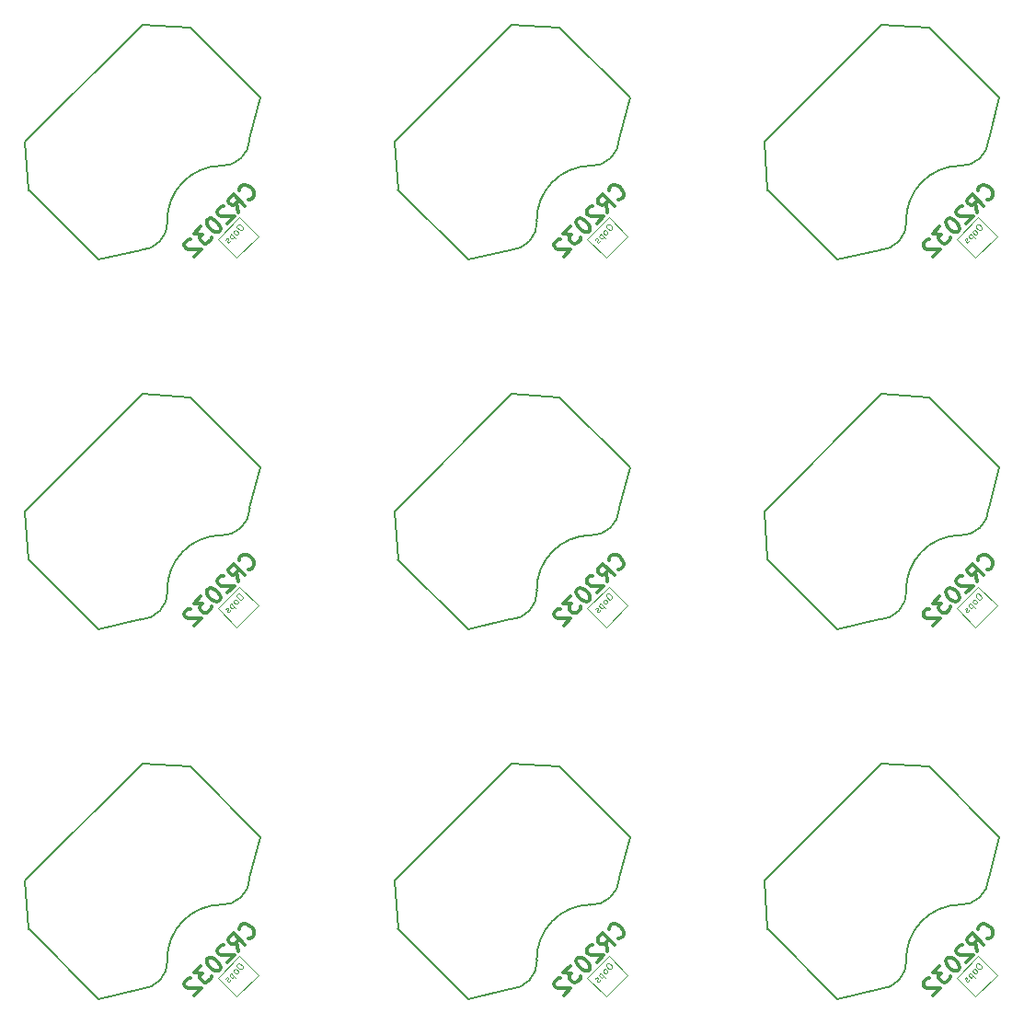
<source format=gbo>
%MOIN*%
%OFA0B0*%
%FSLAX46Y46*%
%IPPOS*%
%LPD*%
%ADD10C,0.0039370078740157488*%
%ADD11C,0.011811023622047244*%
%ADD12C,0.005905511811023622*%
%ADD23C,0.0039370078740157488*%
%ADD24C,0.011811023622047244*%
%ADD25C,0.005905511811023622*%
%ADD26C,0.0039370078740157488*%
%ADD27C,0.011811023622047244*%
%ADD28C,0.005905511811023622*%
%ADD29C,0.0039370078740157488*%
%ADD30C,0.011811023622047244*%
%ADD31C,0.005905511811023622*%
%ADD32C,0.0039370078740157488*%
%ADD33C,0.011811023622047244*%
%ADD34C,0.005905511811023622*%
%ADD35C,0.0039370078740157488*%
%ADD36C,0.011811023622047244*%
%ADD37C,0.005905511811023622*%
%ADD38C,0.0039370078740157488*%
%ADD39C,0.011811023622047244*%
%ADD40C,0.005905511811023622*%
%ADD41C,0.0039370078740157488*%
%ADD42C,0.011811023622047244*%
%ADD43C,0.005905511811023622*%
%ADD44C,0.0039370078740157488*%
%ADD45C,0.011811023622047244*%
%ADD46C,0.005905511811023622*%
G01G01*
D10*
X0001072834Y0000088582D02*
X0001141731Y0000019685D01*
X0001151574Y0000167322D02*
X0001072834Y0000088582D01*
X0001220472Y0000098425D02*
X0001151574Y0000167322D01*
X0001141731Y0000019685D02*
X0001220472Y0000098425D01*
X0001146206Y0000140878D02*
X0001143024Y0000137697D01*
X0001142229Y0000135311D01*
X0001142229Y0000132129D01*
X0001144615Y0000128152D01*
X0001150183Y0000122584D01*
X0001154160Y0000120198D01*
X0001157342Y0000120198D01*
X0001159728Y0000120994D01*
X0001162909Y0000124175D01*
X0001163705Y0000126561D01*
X0001163705Y0000129743D01*
X0001161319Y0000133720D01*
X0001155751Y0000139288D01*
X0001151774Y0000141674D01*
X0001148592Y0000141674D01*
X0001146206Y0000140878D01*
X0001146206Y0000107472D02*
X0001147001Y0000109858D01*
X0001147001Y0000111449D01*
X0001146206Y0000113835D01*
X0001141434Y0000118607D01*
X0001139047Y0000119403D01*
X0001137457Y0000119403D01*
X0001135071Y0000118607D01*
X0001132684Y0000116221D01*
X0001131889Y0000113835D01*
X0001131889Y0000112244D01*
X0001132684Y0000109858D01*
X0001137457Y0000105086D01*
X0001139843Y0000104290D01*
X0001141434Y0000104290D01*
X0001143820Y0000105086D01*
X0001146206Y0000107472D01*
X0001122344Y0000105881D02*
X0001139048Y0000089178D01*
X0001123140Y0000105086D02*
X0001120753Y0000104290D01*
X0001117572Y0000101109D01*
X0001116776Y0000098722D01*
X0001116776Y0000097132D01*
X0001117572Y0000094745D01*
X0001122344Y0000089973D01*
X0001124730Y0000089178D01*
X0001126321Y0000089178D01*
X0001128707Y0000089973D01*
X0001131889Y0000093155D01*
X0001132684Y0000095541D01*
X0001118367Y0000081224D02*
X0001117572Y0000078838D01*
X0001114390Y0000075656D01*
X0001112004Y0000074861D01*
X0001109618Y0000075656D01*
X0001108822Y0000076451D01*
X0001108027Y0000078838D01*
X0001108822Y0000081224D01*
X0001111209Y0000083610D01*
X0001112004Y0000085996D01*
X0001111209Y0000088382D01*
X0001110413Y0000089178D01*
X0001108027Y0000089973D01*
X0001105641Y0000089178D01*
X0001103255Y0000086791D01*
X0001102459Y0000084405D01*
D11*
X0001185084Y0000230060D02*
X0001189061Y0000230060D01*
X0001197014Y0000234037D01*
X0001200991Y0000238014D01*
X0001204968Y0000245967D01*
X0001204968Y0000253921D01*
X0001202980Y0000259887D01*
X0001197014Y0000269829D01*
X0001191049Y0000275795D01*
X0001181107Y0000281760D01*
X0001175141Y0000283749D01*
X0001167187Y0000283749D01*
X0001159233Y0000279772D01*
X0001155256Y0000275795D01*
X0001151279Y0000267841D01*
X0001151279Y0000263864D01*
X0001147302Y0000184324D02*
X0001141337Y0000218129D01*
X0001171164Y0000208186D02*
X0001129406Y0000249945D01*
X0001113498Y0000234037D01*
X0001111509Y0000228071D01*
X0001111509Y0000224094D01*
X0001113498Y0000218129D01*
X0001119463Y0000212163D01*
X0001125429Y0000210175D01*
X0001129406Y0000210175D01*
X0001135371Y0000212163D01*
X0001151279Y0000228071D01*
X0001093613Y0000206198D02*
X0001089636Y0000206198D01*
X0001083671Y0000204209D01*
X0001073728Y0000194267D01*
X0001071740Y0000188301D01*
X0001071740Y0000184324D01*
X0001073728Y0000178359D01*
X0001077705Y0000174382D01*
X0001085659Y0000170405D01*
X0001133383Y0000170405D01*
X0001107532Y0000144555D01*
X0001039924Y0000160463D02*
X0001035947Y0000156486D01*
X0001033958Y0000150520D01*
X0001033958Y0000146543D01*
X0001035947Y0000140578D01*
X0001041912Y0000130635D01*
X0001051855Y0000120693D01*
X0001061797Y0000114727D01*
X0001067763Y0000112739D01*
X0001071740Y0000112739D01*
X0001077705Y0000114727D01*
X0001081682Y0000118704D01*
X0001083671Y0000124670D01*
X0001083671Y0000128647D01*
X0001081682Y0000134612D01*
X0001075717Y0000144555D01*
X0001065774Y0000154497D01*
X0001055832Y0000160463D01*
X0001049866Y0000162451D01*
X0001045889Y0000162451D01*
X0001039924Y0000160463D01*
X0001012085Y0000132624D02*
X0000986235Y0000106773D01*
X0001016062Y0000104785D01*
X0001010097Y0000098819D01*
X0001008108Y0000092854D01*
X0001008108Y0000088877D01*
X0001010097Y0000082911D01*
X0001020039Y0000072969D01*
X0001026004Y0000070981D01*
X0001029981Y0000070981D01*
X0001035947Y0000072969D01*
X0001047878Y0000084900D01*
X0001049866Y0000090865D01*
X0001049866Y0000094842D01*
X0000974304Y0000086888D02*
X0000970327Y0000086888D01*
X0000964361Y0000084900D01*
X0000954419Y0000074958D01*
X0000952430Y0000068992D01*
X0000952430Y0000065015D01*
X0000954419Y0000059050D01*
X0000958396Y0000055073D01*
X0000966350Y0000051096D01*
X0001014073Y0000051096D01*
X0000988223Y0000025245D01*
D12*
X0001188923Y0000450748D02*
X0001227814Y0000599240D01*
X0000792944Y0000047697D02*
X0000640916Y0000012342D01*
X0001189631Y0000451455D02*
G75*
G02G02X0001083565Y0000352460I-0000102530J0000003535D01X0001083565Y0000352460I-0000102530J0000003535D01*
G01G01*
X0000891585Y0000153410D02*
G75*
G02G02X0000792590Y0000047344I-0000102530J-0000003535D01X0000792590Y0000047344I-0000102530J-0000003535D01*
G01G01*
X0000890171Y0000151995D02*
G75*
G02G02X0001084625Y0000353521I0000197989J0000003535D01X0001084625Y0000353521I0000197989J0000003535D01*
G01G01*
X0000375751Y0000440141D02*
X0000388125Y0000265132D01*
X0000973256Y0000853799D02*
X0000796479Y0000864405D01*
X0000800015Y0000864405D02*
X0000375751Y0000440141D01*
X0001227814Y0000599240D02*
X0000973256Y0000853799D01*
X0000640916Y0000012342D02*
X0000386357Y0000266900D01*
G04 next file*
G04 #@! TF.FileFunction,Legend,Bot*
G04 Gerber Fmt 4.6, Leading zero omitted, Abs format (unit mm)*
G04 Created by KiCad (PCBNEW 4.0.7) date 01/30/18 20:10:09*
G01G01*
G04 APERTURE LIST*
G04 APERTURE END LIST*
D23*
X0001072834Y0001427165D02*
X0001141731Y0001358267D01*
X0001151574Y0001505905D02*
X0001072834Y0001427165D01*
X0001220472Y0001437007D02*
X0001151574Y0001505905D01*
X0001141731Y0001358267D02*
X0001220472Y0001437007D01*
X0001146206Y0001479461D02*
X0001143024Y0001476280D01*
X0001142229Y0001473893D01*
X0001142229Y0001470712D01*
X0001144615Y0001466735D01*
X0001150183Y0001461167D01*
X0001154160Y0001458781D01*
X0001157342Y0001458781D01*
X0001159728Y0001459576D01*
X0001162909Y0001462758D01*
X0001163705Y0001465144D01*
X0001163705Y0001468326D01*
X0001161319Y0001472302D01*
X0001155751Y0001477870D01*
X0001151774Y0001480256D01*
X0001148592Y0001480256D01*
X0001146206Y0001479461D01*
X0001146206Y0001446055D02*
X0001147001Y0001448441D01*
X0001147001Y0001450031D01*
X0001146206Y0001452418D01*
X0001141434Y0001457190D01*
X0001139047Y0001457985D01*
X0001137457Y0001457985D01*
X0001135071Y0001457190D01*
X0001132684Y0001454804D01*
X0001131889Y0001452418D01*
X0001131889Y0001450827D01*
X0001132684Y0001448441D01*
X0001137457Y0001443668D01*
X0001139843Y0001442873D01*
X0001141434Y0001442873D01*
X0001143820Y0001443668D01*
X0001146206Y0001446055D01*
X0001122344Y0001444464D02*
X0001139048Y0001427760D01*
X0001123140Y0001443668D02*
X0001120753Y0001442873D01*
X0001117572Y0001439691D01*
X0001116776Y0001437305D01*
X0001116776Y0001435714D01*
X0001117572Y0001433328D01*
X0001122344Y0001428556D01*
X0001124730Y0001427760D01*
X0001126321Y0001427760D01*
X0001128707Y0001428556D01*
X0001131889Y0001431737D01*
X0001132684Y0001434124D01*
X0001118367Y0001419806D02*
X0001117572Y0001417420D01*
X0001114390Y0001414239D01*
X0001112004Y0001413443D01*
X0001109618Y0001414239D01*
X0001108822Y0001415034D01*
X0001108027Y0001417420D01*
X0001108822Y0001419806D01*
X0001111209Y0001422193D01*
X0001112004Y0001424579D01*
X0001111209Y0001426965D01*
X0001110413Y0001427760D01*
X0001108027Y0001428556D01*
X0001105641Y0001427760D01*
X0001103255Y0001425374D01*
X0001102459Y0001422988D01*
D24*
X0001185084Y0001568642D02*
X0001189061Y0001568642D01*
X0001197014Y0001572619D01*
X0001200991Y0001576596D01*
X0001204968Y0001584550D01*
X0001204968Y0001592504D01*
X0001202980Y0001598470D01*
X0001197014Y0001608412D01*
X0001191049Y0001614378D01*
X0001181107Y0001620343D01*
X0001175141Y0001622332D01*
X0001167187Y0001622332D01*
X0001159233Y0001618355D01*
X0001155256Y0001614378D01*
X0001151279Y0001606424D01*
X0001151279Y0001602447D01*
X0001147302Y0001522907D02*
X0001141337Y0001556711D01*
X0001171164Y0001546769D02*
X0001129406Y0001588527D01*
X0001113498Y0001572619D01*
X0001111509Y0001566654D01*
X0001111509Y0001562677D01*
X0001113498Y0001556711D01*
X0001119463Y0001550746D01*
X0001125429Y0001548757D01*
X0001129406Y0001548757D01*
X0001135371Y0001550746D01*
X0001151279Y0001566654D01*
X0001093613Y0001544780D02*
X0001089636Y0001544780D01*
X0001083671Y0001542792D01*
X0001073728Y0001532850D01*
X0001071740Y0001526884D01*
X0001071740Y0001522907D01*
X0001073728Y0001516942D01*
X0001077705Y0001512965D01*
X0001085659Y0001508988D01*
X0001133383Y0001508988D01*
X0001107532Y0001483137D01*
X0001039924Y0001499045D02*
X0001035947Y0001495068D01*
X0001033958Y0001489103D01*
X0001033958Y0001485126D01*
X0001035947Y0001479160D01*
X0001041912Y0001469218D01*
X0001051855Y0001459275D01*
X0001061797Y0001453310D01*
X0001067763Y0001451321D01*
X0001071740Y0001451321D01*
X0001077705Y0001453310D01*
X0001081682Y0001457287D01*
X0001083671Y0001463252D01*
X0001083671Y0001467229D01*
X0001081682Y0001473195D01*
X0001075717Y0001483137D01*
X0001065774Y0001493080D01*
X0001055832Y0001499045D01*
X0001049866Y0001501034D01*
X0001045889Y0001501034D01*
X0001039924Y0001499045D01*
X0001012085Y0001471206D02*
X0000986235Y0001445356D01*
X0001016062Y0001443367D01*
X0001010097Y0001437402D01*
X0001008108Y0001431437D01*
X0001008108Y0001427460D01*
X0001010097Y0001421494D01*
X0001020039Y0001411552D01*
X0001026004Y0001409563D01*
X0001029981Y0001409563D01*
X0001035947Y0001411552D01*
X0001047878Y0001423483D01*
X0001049866Y0001429448D01*
X0001049866Y0001433425D01*
X0000974304Y0001425471D02*
X0000970327Y0001425471D01*
X0000964361Y0001423483D01*
X0000954419Y0001413540D01*
X0000952430Y0001407575D01*
X0000952430Y0001403598D01*
X0000954419Y0001397632D01*
X0000958396Y0001393655D01*
X0000966350Y0001389678D01*
X0001014073Y0001389678D01*
X0000988223Y0001363828D01*
D25*
X0001188923Y0001789331D02*
X0001227814Y0001937823D01*
X0000792944Y0001386280D02*
X0000640916Y0001350925D01*
X0001189631Y0001790038D02*
G75*
G02G02X0001083565Y0001691043I-0000102530J0000003535D01X0001083565Y0001691043I-0000102530J0000003535D01*
G01G01*
X0000891585Y0001491992D02*
G75*
G02G02X0000792590Y0001385926I-0000102530J-0000003535D01X0000792590Y0001385926I-0000102530J-0000003535D01*
G01G01*
X0000890171Y0001490578D02*
G75*
G02G02X0001084625Y0001692104I0000197989J0000003535D01X0001084625Y0001692104I0000197989J0000003535D01*
G01G01*
X0000375751Y0001778724D02*
X0000388125Y0001603715D01*
X0000973256Y0002192382D02*
X0000796479Y0002202988D01*
X0000800015Y0002202988D02*
X0000375751Y0001778724D01*
X0001227814Y0001937823D02*
X0000973256Y0002192382D01*
X0000640916Y0001350925D02*
X0000386357Y0001605483D01*
G04 next file*
G04 #@! TF.FileFunction,Legend,Bot*
G04 Gerber Fmt 4.6, Leading zero omitted, Abs format (unit mm)*
G04 Created by KiCad (PCBNEW 4.0.7) date 01/30/18 20:10:09*
G01G01*
G04 APERTURE LIST*
G04 APERTURE END LIST*
D26*
X0001072834Y0002765748D02*
X0001141731Y0002696850D01*
X0001151574Y0002844488D02*
X0001072834Y0002765748D01*
X0001220472Y0002775590D02*
X0001151574Y0002844488D01*
X0001141731Y0002696850D02*
X0001220472Y0002775590D01*
X0001146206Y0002818044D02*
X0001143024Y0002814862D01*
X0001142229Y0002812476D01*
X0001142229Y0002809294D01*
X0001144615Y0002805317D01*
X0001150183Y0002799750D01*
X0001154160Y0002797363D01*
X0001157342Y0002797363D01*
X0001159728Y0002798159D01*
X0001162909Y0002801340D01*
X0001163705Y0002803727D01*
X0001163705Y0002806908D01*
X0001161319Y0002810885D01*
X0001155751Y0002816453D01*
X0001151774Y0002818839D01*
X0001148592Y0002818839D01*
X0001146206Y0002818044D01*
X0001146206Y0002784637D02*
X0001147001Y0002787023D01*
X0001147001Y0002788614D01*
X0001146206Y0002791000D01*
X0001141434Y0002795773D01*
X0001139047Y0002796568D01*
X0001137457Y0002796568D01*
X0001135071Y0002795773D01*
X0001132684Y0002793387D01*
X0001131889Y0002791000D01*
X0001131889Y0002789410D01*
X0001132684Y0002787023D01*
X0001137457Y0002782251D01*
X0001139843Y0002781456D01*
X0001141434Y0002781456D01*
X0001143820Y0002782251D01*
X0001146206Y0002784637D01*
X0001122344Y0002783046D02*
X0001139048Y0002766343D01*
X0001123140Y0002782251D02*
X0001120753Y0002781456D01*
X0001117572Y0002778274D01*
X0001116776Y0002775888D01*
X0001116776Y0002774297D01*
X0001117572Y0002771911D01*
X0001122344Y0002767138D01*
X0001124730Y0002766343D01*
X0001126321Y0002766343D01*
X0001128707Y0002767138D01*
X0001131889Y0002770320D01*
X0001132684Y0002772706D01*
X0001118367Y0002758389D02*
X0001117572Y0002756003D01*
X0001114390Y0002752821D01*
X0001112004Y0002752026D01*
X0001109618Y0002752821D01*
X0001108822Y0002753617D01*
X0001108027Y0002756003D01*
X0001108822Y0002758389D01*
X0001111209Y0002760775D01*
X0001112004Y0002763162D01*
X0001111209Y0002765548D01*
X0001110413Y0002766343D01*
X0001108027Y0002767138D01*
X0001105641Y0002766343D01*
X0001103255Y0002763957D01*
X0001102459Y0002761571D01*
D27*
X0001185084Y0002907225D02*
X0001189061Y0002907225D01*
X0001197014Y0002911202D01*
X0001200991Y0002915179D01*
X0001204968Y0002923133D01*
X0001204968Y0002931087D01*
X0001202980Y0002937052D01*
X0001197014Y0002946995D01*
X0001191049Y0002952960D01*
X0001181107Y0002958926D01*
X0001175141Y0002960914D01*
X0001167187Y0002960914D01*
X0001159233Y0002956937D01*
X0001155256Y0002952960D01*
X0001151279Y0002945006D01*
X0001151279Y0002941029D01*
X0001147302Y0002861490D02*
X0001141337Y0002895294D01*
X0001171164Y0002885352D02*
X0001129406Y0002927110D01*
X0001113498Y0002911202D01*
X0001111509Y0002905237D01*
X0001111509Y0002901260D01*
X0001113498Y0002895294D01*
X0001119463Y0002889329D01*
X0001125429Y0002887340D01*
X0001129406Y0002887340D01*
X0001135371Y0002889329D01*
X0001151279Y0002905237D01*
X0001093613Y0002883363D02*
X0001089636Y0002883363D01*
X0001083671Y0002881375D01*
X0001073728Y0002871432D01*
X0001071740Y0002865467D01*
X0001071740Y0002861490D01*
X0001073728Y0002855524D01*
X0001077705Y0002851547D01*
X0001085659Y0002847570D01*
X0001133383Y0002847570D01*
X0001107532Y0002821720D01*
X0001039924Y0002837628D02*
X0001035947Y0002833651D01*
X0001033958Y0002827685D01*
X0001033958Y0002823708D01*
X0001035947Y0002817743D01*
X0001041912Y0002807801D01*
X0001051855Y0002797858D01*
X0001061797Y0002791893D01*
X0001067763Y0002789904D01*
X0001071740Y0002789904D01*
X0001077705Y0002791893D01*
X0001081682Y0002795870D01*
X0001083671Y0002801835D01*
X0001083671Y0002805812D01*
X0001081682Y0002811778D01*
X0001075717Y0002821720D01*
X0001065774Y0002831662D01*
X0001055832Y0002837628D01*
X0001049866Y0002839616D01*
X0001045889Y0002839616D01*
X0001039924Y0002837628D01*
X0001012085Y0002809789D02*
X0000986235Y0002783939D01*
X0001016062Y0002781950D01*
X0001010097Y0002775985D01*
X0001008108Y0002770019D01*
X0001008108Y0002766042D01*
X0001010097Y0002760077D01*
X0001020039Y0002750134D01*
X0001026004Y0002748146D01*
X0001029981Y0002748146D01*
X0001035947Y0002750134D01*
X0001047878Y0002762065D01*
X0001049866Y0002768031D01*
X0001049866Y0002772008D01*
X0000974304Y0002764054D02*
X0000970327Y0002764054D01*
X0000964361Y0002762065D01*
X0000954419Y0002752123D01*
X0000952430Y0002746157D01*
X0000952430Y0002742180D01*
X0000954419Y0002736215D01*
X0000958396Y0002732238D01*
X0000966350Y0002728261D01*
X0001014073Y0002728261D01*
X0000988223Y0002702411D01*
D28*
X0001188923Y0003127913D02*
X0001227814Y0003276406D01*
X0000792944Y0002724863D02*
X0000640916Y0002689507D01*
X0001189631Y0003128620D02*
G75*
G02G02X0001083565Y0003029626I-0000102530J0000003535D01X0001083565Y0003029626I-0000102530J0000003535D01*
G01G01*
X0000891585Y0002830575D02*
G75*
G02G02X0000792590Y0002724509I-0000102530J-0000003535D01X0000792590Y0002724509I-0000102530J-0000003535D01*
G01G01*
X0000890171Y0002829161D02*
G75*
G02G02X0001084625Y0003030686I0000197989J0000003535D01X0001084625Y0003030686I0000197989J0000003535D01*
G01G01*
X0000375751Y0003117307D02*
X0000388125Y0002942298D01*
X0000973256Y0003530964D02*
X0000796479Y0003541571D01*
X0000800015Y0003541571D02*
X0000375751Y0003117307D01*
X0001227814Y0003276406D02*
X0000973256Y0003530964D01*
X0000640916Y0002689507D02*
X0000386357Y0002944066D01*
G04 next file*
G04 #@! TF.FileFunction,Legend,Bot*
G04 Gerber Fmt 4.6, Leading zero omitted, Abs format (unit mm)*
G04 Created by KiCad (PCBNEW 4.0.7) date 01/30/18 20:10:09*
G01G01*
G04 APERTURE LIST*
G04 APERTURE END LIST*
D29*
X0002411417Y0000088582D02*
X0002480314Y0000019685D01*
X0002490157Y0000167322D02*
X0002411417Y0000088582D01*
X0002559054Y0000098425D02*
X0002490157Y0000167322D01*
X0002480314Y0000019685D02*
X0002559054Y0000098425D01*
X0002484789Y0000140878D02*
X0002481607Y0000137697D01*
X0002480812Y0000135311D01*
X0002480812Y0000132129D01*
X0002483198Y0000128152D01*
X0002488766Y0000122584D01*
X0002492743Y0000120198D01*
X0002495924Y0000120198D01*
X0002498310Y0000120994D01*
X0002501492Y0000124175D01*
X0002502287Y0000126561D01*
X0002502287Y0000129743D01*
X0002499901Y0000133720D01*
X0002494333Y0000139288D01*
X0002490357Y0000141674D01*
X0002487175Y0000141674D01*
X0002484789Y0000140878D01*
X0002484789Y0000107472D02*
X0002485584Y0000109858D01*
X0002485584Y0000111449D01*
X0002484789Y0000113835D01*
X0002480016Y0000118607D01*
X0002477630Y0000119403D01*
X0002476039Y0000119403D01*
X0002473653Y0000118607D01*
X0002471267Y0000116221D01*
X0002470472Y0000113835D01*
X0002470472Y0000112244D01*
X0002471267Y0000109858D01*
X0002476039Y0000105086D01*
X0002478426Y0000104290D01*
X0002480016Y0000104290D01*
X0002482403Y0000105086D01*
X0002484789Y0000107472D01*
X0002460927Y0000105881D02*
X0002477630Y0000089178D01*
X0002461722Y0000105086D02*
X0002459336Y0000104290D01*
X0002456155Y0000101109D01*
X0002455359Y0000098722D01*
X0002455359Y0000097132D01*
X0002456155Y0000094745D01*
X0002460927Y0000089973D01*
X0002463313Y0000089178D01*
X0002464904Y0000089178D01*
X0002467290Y0000089973D01*
X0002470472Y0000093155D01*
X0002471267Y0000095541D01*
X0002456950Y0000081224D02*
X0002456155Y0000078838D01*
X0002452973Y0000075656D01*
X0002450587Y0000074861D01*
X0002448201Y0000075656D01*
X0002447405Y0000076451D01*
X0002446610Y0000078838D01*
X0002447405Y0000081224D01*
X0002449791Y0000083610D01*
X0002450587Y0000085996D01*
X0002449791Y0000088382D01*
X0002448996Y0000089178D01*
X0002446610Y0000089973D01*
X0002444224Y0000089178D01*
X0002441837Y0000086791D01*
X0002441042Y0000084405D01*
D30*
X0002523666Y0000230060D02*
X0002527643Y0000230060D01*
X0002535597Y0000234037D01*
X0002539574Y0000238014D01*
X0002543551Y0000245967D01*
X0002543551Y0000253921D01*
X0002541563Y0000259887D01*
X0002535597Y0000269829D01*
X0002529632Y0000275795D01*
X0002519689Y0000281760D01*
X0002513724Y0000283749D01*
X0002505770Y0000283749D01*
X0002497816Y0000279772D01*
X0002493839Y0000275795D01*
X0002489862Y0000267841D01*
X0002489862Y0000263864D01*
X0002485885Y0000184324D02*
X0002479919Y0000218129D01*
X0002509747Y0000208186D02*
X0002467988Y0000249945D01*
X0002452081Y0000234037D01*
X0002450092Y0000228071D01*
X0002450092Y0000224094D01*
X0002452081Y0000218129D01*
X0002458046Y0000212163D01*
X0002464012Y0000210175D01*
X0002467988Y0000210175D01*
X0002473954Y0000212163D01*
X0002489862Y0000228071D01*
X0002432196Y0000206198D02*
X0002428219Y0000206198D01*
X0002422253Y0000204209D01*
X0002412311Y0000194267D01*
X0002410322Y0000188301D01*
X0002410322Y0000184324D01*
X0002412311Y0000178359D01*
X0002416288Y0000174382D01*
X0002424242Y0000170405D01*
X0002471965Y0000170405D01*
X0002446115Y0000144555D01*
X0002378507Y0000160463D02*
X0002374530Y0000156486D01*
X0002372541Y0000150520D01*
X0002372541Y0000146543D01*
X0002374530Y0000140578D01*
X0002380495Y0000130635D01*
X0002390437Y0000120693D01*
X0002400380Y0000114727D01*
X0002406345Y0000112739D01*
X0002410322Y0000112739D01*
X0002416288Y0000114727D01*
X0002420265Y0000118704D01*
X0002422253Y0000124670D01*
X0002422253Y0000128647D01*
X0002420265Y0000134612D01*
X0002414299Y0000144555D01*
X0002404357Y0000154497D01*
X0002394414Y0000160463D01*
X0002388449Y0000162451D01*
X0002384472Y0000162451D01*
X0002378507Y0000160463D01*
X0002350668Y0000132624D02*
X0002324817Y0000106773D01*
X0002354645Y0000104785D01*
X0002348679Y0000098819D01*
X0002346691Y0000092854D01*
X0002346691Y0000088877D01*
X0002348679Y0000082911D01*
X0002358622Y0000072969D01*
X0002364587Y0000070981D01*
X0002368564Y0000070981D01*
X0002374530Y0000072969D01*
X0002386460Y0000084900D01*
X0002388449Y0000090865D01*
X0002388449Y0000094842D01*
X0002312886Y0000086888D02*
X0002308909Y0000086888D01*
X0002302944Y0000084900D01*
X0002293001Y0000074958D01*
X0002291013Y0000068992D01*
X0002291013Y0000065015D01*
X0002293002Y0000059050D01*
X0002296978Y0000055073D01*
X0002304932Y0000051096D01*
X0002352656Y0000051096D01*
X0002326806Y0000025245D01*
D31*
X0002527506Y0000450748D02*
X0002566397Y0000599240D01*
X0002131526Y0000047697D02*
X0001979498Y0000012342D01*
X0002528213Y0000451455D02*
G75*
G02G02X0002422147Y0000352460I-0000102530J0000003535D01X0002422147Y0000352460I-0000102530J0000003535D01*
G01G01*
X0002230168Y0000153410D02*
G75*
G02G02X0002131173Y0000047344I-0000102530J-0000003535D01X0002131173Y0000047344I-0000102530J-0000003535D01*
G01G01*
X0002228754Y0000151995D02*
G75*
G02G02X0002423208Y0000353521I0000197989J0000003535D01X0002423208Y0000353521I0000197989J0000003535D01*
G01G01*
X0001714333Y0000440141D02*
X0001726708Y0000265132D01*
X0002311839Y0000853799D02*
X0002135062Y0000864405D01*
X0002138597Y0000864405D02*
X0001714333Y0000440141D01*
X0002566397Y0000599240D02*
X0002311839Y0000853799D01*
X0001979498Y0000012342D02*
X0001724940Y0000266900D01*
G04 next file*
G04 #@! TF.FileFunction,Legend,Bot*
G04 Gerber Fmt 4.6, Leading zero omitted, Abs format (unit mm)*
G04 Created by KiCad (PCBNEW 4.0.7) date 01/30/18 20:10:09*
G01G01*
G04 APERTURE LIST*
G04 APERTURE END LIST*
D32*
X0003750000Y0000088582D02*
X0003818897Y0000019685D01*
X0003828740Y0000167322D02*
X0003750000Y0000088582D01*
X0003897637Y0000098425D02*
X0003828740Y0000167322D01*
X0003818897Y0000019685D02*
X0003897637Y0000098425D01*
X0003823372Y0000140878D02*
X0003820190Y0000137697D01*
X0003819395Y0000135311D01*
X0003819395Y0000132129D01*
X0003821781Y0000128152D01*
X0003827349Y0000122584D01*
X0003831326Y0000120198D01*
X0003834507Y0000120198D01*
X0003836893Y0000120994D01*
X0003840075Y0000124175D01*
X0003840870Y0000126561D01*
X0003840870Y0000129743D01*
X0003838484Y0000133720D01*
X0003832916Y0000139288D01*
X0003828940Y0000141674D01*
X0003825758Y0000141674D01*
X0003823372Y0000140878D01*
X0003823372Y0000107472D02*
X0003824167Y0000109858D01*
X0003824167Y0000111449D01*
X0003823372Y0000113835D01*
X0003818599Y0000118607D01*
X0003816213Y0000119403D01*
X0003814622Y0000119403D01*
X0003812236Y0000118607D01*
X0003809850Y0000116221D01*
X0003809055Y0000113835D01*
X0003809055Y0000112244D01*
X0003809850Y0000109858D01*
X0003814622Y0000105086D01*
X0003817009Y0000104290D01*
X0003818599Y0000104290D01*
X0003820986Y0000105086D01*
X0003823372Y0000107472D01*
X0003799510Y0000105881D02*
X0003816213Y0000089178D01*
X0003800305Y0000105086D02*
X0003797919Y0000104290D01*
X0003794737Y0000101109D01*
X0003793942Y0000098722D01*
X0003793942Y0000097132D01*
X0003794737Y0000094745D01*
X0003799510Y0000089973D01*
X0003801896Y0000089178D01*
X0003803487Y0000089178D01*
X0003805873Y0000089973D01*
X0003809055Y0000093155D01*
X0003809850Y0000095541D01*
X0003795533Y0000081224D02*
X0003794737Y0000078838D01*
X0003791556Y0000075656D01*
X0003789170Y0000074861D01*
X0003786784Y0000075656D01*
X0003785988Y0000076451D01*
X0003785193Y0000078838D01*
X0003785988Y0000081224D01*
X0003788374Y0000083610D01*
X0003789170Y0000085996D01*
X0003788374Y0000088382D01*
X0003787579Y0000089178D01*
X0003785193Y0000089973D01*
X0003782807Y0000089178D01*
X0003780420Y0000086791D01*
X0003779625Y0000084405D01*
D33*
X0003862249Y0000230060D02*
X0003866226Y0000230060D01*
X0003874180Y0000234037D01*
X0003878157Y0000238014D01*
X0003882134Y0000245967D01*
X0003882134Y0000253921D01*
X0003880146Y0000259887D01*
X0003874180Y0000269829D01*
X0003868215Y0000275795D01*
X0003858272Y0000281760D01*
X0003852307Y0000283749D01*
X0003844353Y0000283749D01*
X0003836399Y0000279772D01*
X0003832422Y0000275795D01*
X0003828445Y0000267841D01*
X0003828445Y0000263864D01*
X0003824468Y0000184324D02*
X0003818502Y0000218129D01*
X0003848330Y0000208186D02*
X0003806571Y0000249945D01*
X0003790664Y0000234037D01*
X0003788675Y0000228071D01*
X0003788675Y0000224094D01*
X0003790664Y0000218129D01*
X0003796629Y0000212163D01*
X0003802595Y0000210175D01*
X0003806571Y0000210175D01*
X0003812537Y0000212163D01*
X0003828445Y0000228071D01*
X0003770779Y0000206198D02*
X0003766802Y0000206198D01*
X0003760836Y0000204209D01*
X0003750894Y0000194267D01*
X0003748905Y0000188301D01*
X0003748905Y0000184324D01*
X0003750894Y0000178359D01*
X0003754871Y0000174382D01*
X0003762825Y0000170405D01*
X0003810548Y0000170405D01*
X0003784698Y0000144555D01*
X0003717090Y0000160463D02*
X0003713112Y0000156486D01*
X0003711124Y0000150520D01*
X0003711124Y0000146543D01*
X0003713112Y0000140578D01*
X0003719078Y0000130635D01*
X0003729020Y0000120693D01*
X0003738963Y0000114727D01*
X0003744928Y0000112739D01*
X0003748905Y0000112739D01*
X0003754871Y0000114727D01*
X0003758848Y0000118704D01*
X0003760836Y0000124670D01*
X0003760836Y0000128647D01*
X0003758848Y0000134612D01*
X0003752882Y0000144555D01*
X0003742940Y0000154497D01*
X0003732997Y0000160463D01*
X0003727032Y0000162451D01*
X0003723055Y0000162451D01*
X0003717090Y0000160463D01*
X0003689251Y0000132624D02*
X0003663400Y0000106773D01*
X0003693228Y0000104785D01*
X0003687262Y0000098819D01*
X0003685274Y0000092854D01*
X0003685274Y0000088877D01*
X0003687262Y0000082911D01*
X0003697205Y0000072969D01*
X0003703170Y0000070981D01*
X0003707147Y0000070981D01*
X0003713112Y0000072969D01*
X0003725043Y0000084900D01*
X0003727032Y0000090865D01*
X0003727032Y0000094842D01*
X0003651469Y0000086888D02*
X0003647492Y0000086888D01*
X0003641527Y0000084900D01*
X0003631584Y0000074958D01*
X0003629596Y0000068992D01*
X0003629596Y0000065015D01*
X0003631585Y0000059050D01*
X0003635561Y0000055073D01*
X0003643515Y0000051096D01*
X0003691239Y0000051096D01*
X0003665389Y0000025245D01*
D34*
X0003866089Y0000450748D02*
X0003904980Y0000599240D01*
X0003470109Y0000047697D02*
X0003318081Y0000012342D01*
X0003866796Y0000451455D02*
G75*
G02G02X0003760730Y0000352460I-0000102530J0000003535D01X0003760730Y0000352460I-0000102530J0000003535D01*
G01G01*
X0003568751Y0000153410D02*
G75*
G02G02X0003469756Y0000047344I-0000102530J-0000003535D01X0003469756Y0000047344I-0000102530J-0000003535D01*
G01G01*
X0003567337Y0000151995D02*
G75*
G02G02X0003761791Y0000353521I0000197989J0000003535D01X0003761791Y0000353521I0000197989J0000003535D01*
G01G01*
X0003052916Y0000440141D02*
X0003065291Y0000265132D01*
X0003650422Y0000853799D02*
X0003473645Y0000864405D01*
X0003477180Y0000864405D02*
X0003052916Y0000440141D01*
X0003904980Y0000599240D02*
X0003650422Y0000853799D01*
X0003318081Y0000012342D02*
X0003063523Y0000266900D01*
G04 next file*
G04 #@! TF.FileFunction,Legend,Bot*
G04 Gerber Fmt 4.6, Leading zero omitted, Abs format (unit mm)*
G04 Created by KiCad (PCBNEW 4.0.7) date 01/30/18 20:10:09*
G01G01*
G04 APERTURE LIST*
G04 APERTURE END LIST*
D35*
X0002411417Y0001427165D02*
X0002480314Y0001358267D01*
X0002490157Y0001505905D02*
X0002411417Y0001427165D01*
X0002559054Y0001437007D02*
X0002490157Y0001505905D01*
X0002480314Y0001358267D02*
X0002559054Y0001437007D01*
X0002484789Y0001479461D02*
X0002481607Y0001476280D01*
X0002480812Y0001473893D01*
X0002480812Y0001470712D01*
X0002483198Y0001466735D01*
X0002488766Y0001461167D01*
X0002492743Y0001458781D01*
X0002495924Y0001458781D01*
X0002498310Y0001459576D01*
X0002501492Y0001462758D01*
X0002502287Y0001465144D01*
X0002502287Y0001468326D01*
X0002499901Y0001472302D01*
X0002494333Y0001477870D01*
X0002490357Y0001480256D01*
X0002487175Y0001480256D01*
X0002484789Y0001479461D01*
X0002484789Y0001446055D02*
X0002485584Y0001448441D01*
X0002485584Y0001450031D01*
X0002484789Y0001452418D01*
X0002480016Y0001457190D01*
X0002477630Y0001457985D01*
X0002476039Y0001457985D01*
X0002473653Y0001457190D01*
X0002471267Y0001454804D01*
X0002470472Y0001452418D01*
X0002470472Y0001450827D01*
X0002471267Y0001448441D01*
X0002476039Y0001443668D01*
X0002478426Y0001442873D01*
X0002480016Y0001442873D01*
X0002482403Y0001443668D01*
X0002484789Y0001446055D01*
X0002460927Y0001444464D02*
X0002477630Y0001427760D01*
X0002461722Y0001443668D02*
X0002459336Y0001442873D01*
X0002456155Y0001439691D01*
X0002455359Y0001437305D01*
X0002455359Y0001435714D01*
X0002456155Y0001433328D01*
X0002460927Y0001428556D01*
X0002463313Y0001427760D01*
X0002464904Y0001427760D01*
X0002467290Y0001428556D01*
X0002470472Y0001431737D01*
X0002471267Y0001434124D01*
X0002456950Y0001419806D02*
X0002456155Y0001417420D01*
X0002452973Y0001414239D01*
X0002450587Y0001413443D01*
X0002448201Y0001414239D01*
X0002447405Y0001415034D01*
X0002446610Y0001417420D01*
X0002447405Y0001419806D01*
X0002449791Y0001422193D01*
X0002450587Y0001424579D01*
X0002449791Y0001426965D01*
X0002448996Y0001427760D01*
X0002446610Y0001428556D01*
X0002444224Y0001427760D01*
X0002441837Y0001425374D01*
X0002441042Y0001422988D01*
D36*
X0002523666Y0001568642D02*
X0002527643Y0001568642D01*
X0002535597Y0001572619D01*
X0002539574Y0001576596D01*
X0002543551Y0001584550D01*
X0002543551Y0001592504D01*
X0002541563Y0001598470D01*
X0002535597Y0001608412D01*
X0002529632Y0001614378D01*
X0002519689Y0001620343D01*
X0002513724Y0001622332D01*
X0002505770Y0001622332D01*
X0002497816Y0001618355D01*
X0002493839Y0001614378D01*
X0002489862Y0001606424D01*
X0002489862Y0001602447D01*
X0002485885Y0001522907D02*
X0002479919Y0001556711D01*
X0002509747Y0001546769D02*
X0002467988Y0001588527D01*
X0002452081Y0001572619D01*
X0002450092Y0001566654D01*
X0002450092Y0001562677D01*
X0002452081Y0001556711D01*
X0002458046Y0001550746D01*
X0002464012Y0001548757D01*
X0002467988Y0001548757D01*
X0002473954Y0001550746D01*
X0002489862Y0001566654D01*
X0002432196Y0001544780D02*
X0002428219Y0001544780D01*
X0002422253Y0001542792D01*
X0002412311Y0001532850D01*
X0002410322Y0001526884D01*
X0002410322Y0001522907D01*
X0002412311Y0001516942D01*
X0002416288Y0001512965D01*
X0002424242Y0001508988D01*
X0002471965Y0001508988D01*
X0002446115Y0001483137D01*
X0002378507Y0001499045D02*
X0002374530Y0001495068D01*
X0002372541Y0001489103D01*
X0002372541Y0001485126D01*
X0002374530Y0001479160D01*
X0002380495Y0001469218D01*
X0002390437Y0001459275D01*
X0002400380Y0001453310D01*
X0002406345Y0001451321D01*
X0002410322Y0001451321D01*
X0002416288Y0001453310D01*
X0002420265Y0001457287D01*
X0002422253Y0001463252D01*
X0002422253Y0001467229D01*
X0002420265Y0001473195D01*
X0002414299Y0001483137D01*
X0002404357Y0001493080D01*
X0002394414Y0001499045D01*
X0002388449Y0001501034D01*
X0002384472Y0001501034D01*
X0002378507Y0001499045D01*
X0002350668Y0001471206D02*
X0002324817Y0001445356D01*
X0002354645Y0001443367D01*
X0002348679Y0001437402D01*
X0002346691Y0001431437D01*
X0002346691Y0001427460D01*
X0002348679Y0001421494D01*
X0002358622Y0001411552D01*
X0002364587Y0001409563D01*
X0002368564Y0001409563D01*
X0002374530Y0001411552D01*
X0002386460Y0001423483D01*
X0002388449Y0001429448D01*
X0002388449Y0001433425D01*
X0002312886Y0001425471D02*
X0002308909Y0001425471D01*
X0002302944Y0001423483D01*
X0002293001Y0001413540D01*
X0002291013Y0001407575D01*
X0002291013Y0001403598D01*
X0002293002Y0001397632D01*
X0002296978Y0001393655D01*
X0002304932Y0001389678D01*
X0002352656Y0001389678D01*
X0002326806Y0001363828D01*
D37*
X0002527506Y0001789331D02*
X0002566397Y0001937823D01*
X0002131526Y0001386280D02*
X0001979498Y0001350925D01*
X0002528213Y0001790038D02*
G75*
G02G02X0002422147Y0001691043I-0000102530J0000003535D01X0002422147Y0001691043I-0000102530J0000003535D01*
G01G01*
X0002230168Y0001491992D02*
G75*
G02G02X0002131173Y0001385926I-0000102530J-0000003535D01X0002131173Y0001385926I-0000102530J-0000003535D01*
G01G01*
X0002228754Y0001490578D02*
G75*
G02G02X0002423208Y0001692104I0000197989J0000003535D01X0002423208Y0001692104I0000197989J0000003535D01*
G01G01*
X0001714333Y0001778724D02*
X0001726708Y0001603715D01*
X0002311839Y0002192382D02*
X0002135062Y0002202988D01*
X0002138597Y0002202988D02*
X0001714333Y0001778724D01*
X0002566397Y0001937823D02*
X0002311839Y0002192382D01*
X0001979498Y0001350925D02*
X0001724940Y0001605483D01*
G04 next file*
G04 #@! TF.FileFunction,Legend,Bot*
G04 Gerber Fmt 4.6, Leading zero omitted, Abs format (unit mm)*
G04 Created by KiCad (PCBNEW 4.0.7) date 01/30/18 20:10:09*
G01G01*
G04 APERTURE LIST*
G04 APERTURE END LIST*
D38*
X0002411417Y0002765748D02*
X0002480314Y0002696850D01*
X0002490157Y0002844488D02*
X0002411417Y0002765748D01*
X0002559054Y0002775590D02*
X0002490157Y0002844488D01*
X0002480314Y0002696850D02*
X0002559054Y0002775590D01*
X0002484789Y0002818044D02*
X0002481607Y0002814862D01*
X0002480812Y0002812476D01*
X0002480812Y0002809294D01*
X0002483198Y0002805317D01*
X0002488766Y0002799750D01*
X0002492743Y0002797363D01*
X0002495924Y0002797363D01*
X0002498310Y0002798159D01*
X0002501492Y0002801340D01*
X0002502287Y0002803727D01*
X0002502287Y0002806908D01*
X0002499901Y0002810885D01*
X0002494333Y0002816453D01*
X0002490357Y0002818839D01*
X0002487175Y0002818839D01*
X0002484789Y0002818044D01*
X0002484789Y0002784637D02*
X0002485584Y0002787023D01*
X0002485584Y0002788614D01*
X0002484789Y0002791000D01*
X0002480016Y0002795773D01*
X0002477630Y0002796568D01*
X0002476039Y0002796568D01*
X0002473653Y0002795773D01*
X0002471267Y0002793387D01*
X0002470472Y0002791000D01*
X0002470472Y0002789410D01*
X0002471267Y0002787023D01*
X0002476039Y0002782251D01*
X0002478426Y0002781456D01*
X0002480016Y0002781456D01*
X0002482403Y0002782251D01*
X0002484789Y0002784637D01*
X0002460927Y0002783046D02*
X0002477630Y0002766343D01*
X0002461722Y0002782251D02*
X0002459336Y0002781456D01*
X0002456155Y0002778274D01*
X0002455359Y0002775888D01*
X0002455359Y0002774297D01*
X0002456155Y0002771911D01*
X0002460927Y0002767138D01*
X0002463313Y0002766343D01*
X0002464904Y0002766343D01*
X0002467290Y0002767138D01*
X0002470472Y0002770320D01*
X0002471267Y0002772706D01*
X0002456950Y0002758389D02*
X0002456155Y0002756003D01*
X0002452973Y0002752821D01*
X0002450587Y0002752026D01*
X0002448201Y0002752821D01*
X0002447405Y0002753617D01*
X0002446610Y0002756003D01*
X0002447405Y0002758389D01*
X0002449791Y0002760775D01*
X0002450587Y0002763162D01*
X0002449791Y0002765548D01*
X0002448996Y0002766343D01*
X0002446610Y0002767138D01*
X0002444224Y0002766343D01*
X0002441837Y0002763957D01*
X0002441042Y0002761571D01*
D39*
X0002523666Y0002907225D02*
X0002527643Y0002907225D01*
X0002535597Y0002911202D01*
X0002539574Y0002915179D01*
X0002543551Y0002923133D01*
X0002543551Y0002931087D01*
X0002541563Y0002937052D01*
X0002535597Y0002946995D01*
X0002529632Y0002952960D01*
X0002519689Y0002958926D01*
X0002513724Y0002960914D01*
X0002505770Y0002960914D01*
X0002497816Y0002956937D01*
X0002493839Y0002952960D01*
X0002489862Y0002945006D01*
X0002489862Y0002941029D01*
X0002485885Y0002861490D02*
X0002479919Y0002895294D01*
X0002509747Y0002885352D02*
X0002467988Y0002927110D01*
X0002452081Y0002911202D01*
X0002450092Y0002905237D01*
X0002450092Y0002901260D01*
X0002452081Y0002895294D01*
X0002458046Y0002889329D01*
X0002464012Y0002887340D01*
X0002467988Y0002887340D01*
X0002473954Y0002889329D01*
X0002489862Y0002905237D01*
X0002432196Y0002883363D02*
X0002428219Y0002883363D01*
X0002422253Y0002881375D01*
X0002412311Y0002871432D01*
X0002410322Y0002865467D01*
X0002410322Y0002861490D01*
X0002412311Y0002855524D01*
X0002416288Y0002851547D01*
X0002424242Y0002847570D01*
X0002471965Y0002847570D01*
X0002446115Y0002821720D01*
X0002378507Y0002837628D02*
X0002374530Y0002833651D01*
X0002372541Y0002827685D01*
X0002372541Y0002823708D01*
X0002374530Y0002817743D01*
X0002380495Y0002807801D01*
X0002390437Y0002797858D01*
X0002400380Y0002791893D01*
X0002406345Y0002789904D01*
X0002410322Y0002789904D01*
X0002416288Y0002791893D01*
X0002420265Y0002795870D01*
X0002422253Y0002801835D01*
X0002422253Y0002805812D01*
X0002420265Y0002811778D01*
X0002414299Y0002821720D01*
X0002404357Y0002831662D01*
X0002394414Y0002837628D01*
X0002388449Y0002839616D01*
X0002384472Y0002839616D01*
X0002378507Y0002837628D01*
X0002350668Y0002809789D02*
X0002324817Y0002783939D01*
X0002354645Y0002781950D01*
X0002348679Y0002775985D01*
X0002346691Y0002770019D01*
X0002346691Y0002766042D01*
X0002348679Y0002760077D01*
X0002358622Y0002750134D01*
X0002364587Y0002748146D01*
X0002368564Y0002748146D01*
X0002374530Y0002750134D01*
X0002386460Y0002762065D01*
X0002388449Y0002768031D01*
X0002388449Y0002772008D01*
X0002312886Y0002764054D02*
X0002308909Y0002764054D01*
X0002302944Y0002762065D01*
X0002293001Y0002752123D01*
X0002291013Y0002746157D01*
X0002291013Y0002742180D01*
X0002293002Y0002736215D01*
X0002296978Y0002732238D01*
X0002304932Y0002728261D01*
X0002352656Y0002728261D01*
X0002326806Y0002702411D01*
D40*
X0002527506Y0003127913D02*
X0002566397Y0003276406D01*
X0002131526Y0002724863D02*
X0001979498Y0002689507D01*
X0002528213Y0003128620D02*
G75*
G02G02X0002422147Y0003029626I-0000102530J0000003535D01X0002422147Y0003029626I-0000102530J0000003535D01*
G01G01*
X0002230168Y0002830575D02*
G75*
G02G02X0002131173Y0002724509I-0000102530J-0000003535D01X0002131173Y0002724509I-0000102530J-0000003535D01*
G01G01*
X0002228754Y0002829161D02*
G75*
G02G02X0002423208Y0003030686I0000197989J0000003535D01X0002423208Y0003030686I0000197989J0000003535D01*
G01G01*
X0001714333Y0003117307D02*
X0001726708Y0002942298D01*
X0002311839Y0003530964D02*
X0002135062Y0003541571D01*
X0002138597Y0003541571D02*
X0001714333Y0003117307D01*
X0002566397Y0003276406D02*
X0002311839Y0003530964D01*
X0001979498Y0002689507D02*
X0001724940Y0002944066D01*
G04 next file*
G04 #@! TF.FileFunction,Legend,Bot*
G04 Gerber Fmt 4.6, Leading zero omitted, Abs format (unit mm)*
G04 Created by KiCad (PCBNEW 4.0.7) date 01/30/18 20:10:09*
G01G01*
G04 APERTURE LIST*
G04 APERTURE END LIST*
D41*
X0003750000Y0001427165D02*
X0003818897Y0001358267D01*
X0003828740Y0001505905D02*
X0003750000Y0001427165D01*
X0003897637Y0001437007D02*
X0003828740Y0001505905D01*
X0003818897Y0001358267D02*
X0003897637Y0001437007D01*
X0003823372Y0001479461D02*
X0003820190Y0001476280D01*
X0003819395Y0001473893D01*
X0003819395Y0001470712D01*
X0003821781Y0001466735D01*
X0003827349Y0001461167D01*
X0003831326Y0001458781D01*
X0003834507Y0001458781D01*
X0003836893Y0001459576D01*
X0003840075Y0001462758D01*
X0003840870Y0001465144D01*
X0003840870Y0001468326D01*
X0003838484Y0001472302D01*
X0003832916Y0001477870D01*
X0003828940Y0001480256D01*
X0003825758Y0001480256D01*
X0003823372Y0001479461D01*
X0003823372Y0001446055D02*
X0003824167Y0001448441D01*
X0003824167Y0001450031D01*
X0003823372Y0001452418D01*
X0003818599Y0001457190D01*
X0003816213Y0001457985D01*
X0003814622Y0001457985D01*
X0003812236Y0001457190D01*
X0003809850Y0001454804D01*
X0003809055Y0001452418D01*
X0003809055Y0001450827D01*
X0003809850Y0001448441D01*
X0003814622Y0001443668D01*
X0003817009Y0001442873D01*
X0003818599Y0001442873D01*
X0003820986Y0001443668D01*
X0003823372Y0001446055D01*
X0003799510Y0001444464D02*
X0003816213Y0001427760D01*
X0003800305Y0001443668D02*
X0003797919Y0001442873D01*
X0003794737Y0001439691D01*
X0003793942Y0001437305D01*
X0003793942Y0001435714D01*
X0003794737Y0001433328D01*
X0003799510Y0001428556D01*
X0003801896Y0001427760D01*
X0003803487Y0001427760D01*
X0003805873Y0001428556D01*
X0003809055Y0001431737D01*
X0003809850Y0001434124D01*
X0003795533Y0001419806D02*
X0003794737Y0001417420D01*
X0003791556Y0001414239D01*
X0003789170Y0001413443D01*
X0003786784Y0001414239D01*
X0003785988Y0001415034D01*
X0003785193Y0001417420D01*
X0003785988Y0001419806D01*
X0003788374Y0001422193D01*
X0003789170Y0001424579D01*
X0003788374Y0001426965D01*
X0003787579Y0001427760D01*
X0003785193Y0001428556D01*
X0003782807Y0001427760D01*
X0003780420Y0001425374D01*
X0003779625Y0001422988D01*
D42*
X0003862249Y0001568642D02*
X0003866226Y0001568642D01*
X0003874180Y0001572619D01*
X0003878157Y0001576596D01*
X0003882134Y0001584550D01*
X0003882134Y0001592504D01*
X0003880146Y0001598470D01*
X0003874180Y0001608412D01*
X0003868215Y0001614378D01*
X0003858272Y0001620343D01*
X0003852307Y0001622332D01*
X0003844353Y0001622332D01*
X0003836399Y0001618355D01*
X0003832422Y0001614378D01*
X0003828445Y0001606424D01*
X0003828445Y0001602447D01*
X0003824468Y0001522907D02*
X0003818502Y0001556711D01*
X0003848330Y0001546769D02*
X0003806571Y0001588527D01*
X0003790664Y0001572619D01*
X0003788675Y0001566654D01*
X0003788675Y0001562677D01*
X0003790664Y0001556711D01*
X0003796629Y0001550746D01*
X0003802595Y0001548757D01*
X0003806571Y0001548757D01*
X0003812537Y0001550746D01*
X0003828445Y0001566654D01*
X0003770779Y0001544780D02*
X0003766802Y0001544780D01*
X0003760836Y0001542792D01*
X0003750894Y0001532850D01*
X0003748905Y0001526884D01*
X0003748905Y0001522907D01*
X0003750894Y0001516942D01*
X0003754871Y0001512965D01*
X0003762825Y0001508988D01*
X0003810548Y0001508988D01*
X0003784698Y0001483137D01*
X0003717090Y0001499045D02*
X0003713112Y0001495068D01*
X0003711124Y0001489103D01*
X0003711124Y0001485126D01*
X0003713112Y0001479160D01*
X0003719078Y0001469218D01*
X0003729020Y0001459275D01*
X0003738963Y0001453310D01*
X0003744928Y0001451321D01*
X0003748905Y0001451321D01*
X0003754871Y0001453310D01*
X0003758848Y0001457287D01*
X0003760836Y0001463252D01*
X0003760836Y0001467229D01*
X0003758848Y0001473195D01*
X0003752882Y0001483137D01*
X0003742940Y0001493080D01*
X0003732997Y0001499045D01*
X0003727032Y0001501034D01*
X0003723055Y0001501034D01*
X0003717090Y0001499045D01*
X0003689251Y0001471206D02*
X0003663400Y0001445356D01*
X0003693228Y0001443367D01*
X0003687262Y0001437402D01*
X0003685274Y0001431437D01*
X0003685274Y0001427460D01*
X0003687262Y0001421494D01*
X0003697205Y0001411552D01*
X0003703170Y0001409563D01*
X0003707147Y0001409563D01*
X0003713112Y0001411552D01*
X0003725043Y0001423483D01*
X0003727032Y0001429448D01*
X0003727032Y0001433425D01*
X0003651469Y0001425471D02*
X0003647492Y0001425471D01*
X0003641527Y0001423483D01*
X0003631584Y0001413540D01*
X0003629596Y0001407575D01*
X0003629596Y0001403598D01*
X0003631585Y0001397632D01*
X0003635561Y0001393655D01*
X0003643515Y0001389678D01*
X0003691239Y0001389678D01*
X0003665389Y0001363828D01*
D43*
X0003866089Y0001789331D02*
X0003904980Y0001937823D01*
X0003470109Y0001386280D02*
X0003318081Y0001350925D01*
X0003866796Y0001790038D02*
G75*
G02G02X0003760730Y0001691043I-0000102530J0000003535D01X0003760730Y0001691043I-0000102530J0000003535D01*
G01G01*
X0003568751Y0001491992D02*
G75*
G02G02X0003469756Y0001385926I-0000102530J-0000003535D01X0003469756Y0001385926I-0000102530J-0000003535D01*
G01G01*
X0003567337Y0001490578D02*
G75*
G02G02X0003761791Y0001692104I0000197989J0000003535D01X0003761791Y0001692104I0000197989J0000003535D01*
G01G01*
X0003052916Y0001778724D02*
X0003065291Y0001603715D01*
X0003650422Y0002192382D02*
X0003473645Y0002202988D01*
X0003477180Y0002202988D02*
X0003052916Y0001778724D01*
X0003904980Y0001937823D02*
X0003650422Y0002192382D01*
X0003318081Y0001350925D02*
X0003063523Y0001605483D01*
G04 next file*
G04 #@! TF.FileFunction,Legend,Bot*
G04 Gerber Fmt 4.6, Leading zero omitted, Abs format (unit mm)*
G04 Created by KiCad (PCBNEW 4.0.7) date 01/30/18 20:10:09*
G01G01*
G04 APERTURE LIST*
G04 APERTURE END LIST*
D44*
X0003750000Y0002765748D02*
X0003818897Y0002696850D01*
X0003828740Y0002844488D02*
X0003750000Y0002765748D01*
X0003897637Y0002775590D02*
X0003828740Y0002844488D01*
X0003818897Y0002696850D02*
X0003897637Y0002775590D01*
X0003823372Y0002818044D02*
X0003820190Y0002814862D01*
X0003819395Y0002812476D01*
X0003819395Y0002809294D01*
X0003821781Y0002805317D01*
X0003827349Y0002799750D01*
X0003831326Y0002797363D01*
X0003834507Y0002797363D01*
X0003836893Y0002798159D01*
X0003840075Y0002801340D01*
X0003840870Y0002803727D01*
X0003840870Y0002806908D01*
X0003838484Y0002810885D01*
X0003832916Y0002816453D01*
X0003828940Y0002818839D01*
X0003825758Y0002818839D01*
X0003823372Y0002818044D01*
X0003823372Y0002784637D02*
X0003824167Y0002787023D01*
X0003824167Y0002788614D01*
X0003823372Y0002791000D01*
X0003818599Y0002795773D01*
X0003816213Y0002796568D01*
X0003814622Y0002796568D01*
X0003812236Y0002795773D01*
X0003809850Y0002793387D01*
X0003809055Y0002791000D01*
X0003809055Y0002789410D01*
X0003809850Y0002787023D01*
X0003814622Y0002782251D01*
X0003817009Y0002781456D01*
X0003818599Y0002781456D01*
X0003820986Y0002782251D01*
X0003823372Y0002784637D01*
X0003799510Y0002783046D02*
X0003816213Y0002766343D01*
X0003800305Y0002782251D02*
X0003797919Y0002781456D01*
X0003794737Y0002778274D01*
X0003793942Y0002775888D01*
X0003793942Y0002774297D01*
X0003794737Y0002771911D01*
X0003799510Y0002767138D01*
X0003801896Y0002766343D01*
X0003803487Y0002766343D01*
X0003805873Y0002767138D01*
X0003809055Y0002770320D01*
X0003809850Y0002772706D01*
X0003795533Y0002758389D02*
X0003794737Y0002756003D01*
X0003791556Y0002752821D01*
X0003789170Y0002752026D01*
X0003786784Y0002752821D01*
X0003785988Y0002753617D01*
X0003785193Y0002756003D01*
X0003785988Y0002758389D01*
X0003788374Y0002760775D01*
X0003789170Y0002763162D01*
X0003788374Y0002765548D01*
X0003787579Y0002766343D01*
X0003785193Y0002767138D01*
X0003782807Y0002766343D01*
X0003780420Y0002763957D01*
X0003779625Y0002761571D01*
D45*
X0003862249Y0002907225D02*
X0003866226Y0002907225D01*
X0003874180Y0002911202D01*
X0003878157Y0002915179D01*
X0003882134Y0002923133D01*
X0003882134Y0002931087D01*
X0003880146Y0002937052D01*
X0003874180Y0002946995D01*
X0003868215Y0002952960D01*
X0003858272Y0002958926D01*
X0003852307Y0002960914D01*
X0003844353Y0002960914D01*
X0003836399Y0002956937D01*
X0003832422Y0002952960D01*
X0003828445Y0002945006D01*
X0003828445Y0002941029D01*
X0003824468Y0002861490D02*
X0003818502Y0002895294D01*
X0003848330Y0002885352D02*
X0003806571Y0002927110D01*
X0003790664Y0002911202D01*
X0003788675Y0002905237D01*
X0003788675Y0002901260D01*
X0003790664Y0002895294D01*
X0003796629Y0002889329D01*
X0003802595Y0002887340D01*
X0003806571Y0002887340D01*
X0003812537Y0002889329D01*
X0003828445Y0002905237D01*
X0003770779Y0002883363D02*
X0003766802Y0002883363D01*
X0003760836Y0002881375D01*
X0003750894Y0002871432D01*
X0003748905Y0002865467D01*
X0003748905Y0002861490D01*
X0003750894Y0002855524D01*
X0003754871Y0002851547D01*
X0003762825Y0002847570D01*
X0003810548Y0002847570D01*
X0003784698Y0002821720D01*
X0003717090Y0002837628D02*
X0003713112Y0002833651D01*
X0003711124Y0002827685D01*
X0003711124Y0002823708D01*
X0003713112Y0002817743D01*
X0003719078Y0002807801D01*
X0003729020Y0002797858D01*
X0003738963Y0002791893D01*
X0003744928Y0002789904D01*
X0003748905Y0002789904D01*
X0003754871Y0002791893D01*
X0003758848Y0002795870D01*
X0003760836Y0002801835D01*
X0003760836Y0002805812D01*
X0003758848Y0002811778D01*
X0003752882Y0002821720D01*
X0003742940Y0002831662D01*
X0003732997Y0002837628D01*
X0003727032Y0002839616D01*
X0003723055Y0002839616D01*
X0003717090Y0002837628D01*
X0003689251Y0002809789D02*
X0003663400Y0002783939D01*
X0003693228Y0002781950D01*
X0003687262Y0002775985D01*
X0003685274Y0002770019D01*
X0003685274Y0002766042D01*
X0003687262Y0002760077D01*
X0003697205Y0002750134D01*
X0003703170Y0002748146D01*
X0003707147Y0002748146D01*
X0003713112Y0002750134D01*
X0003725043Y0002762065D01*
X0003727032Y0002768031D01*
X0003727032Y0002772008D01*
X0003651469Y0002764054D02*
X0003647492Y0002764054D01*
X0003641527Y0002762065D01*
X0003631584Y0002752123D01*
X0003629596Y0002746157D01*
X0003629596Y0002742180D01*
X0003631585Y0002736215D01*
X0003635561Y0002732238D01*
X0003643515Y0002728261D01*
X0003691239Y0002728261D01*
X0003665389Y0002702411D01*
D46*
X0003866089Y0003127913D02*
X0003904980Y0003276406D01*
X0003470109Y0002724863D02*
X0003318081Y0002689507D01*
X0003866796Y0003128620D02*
G75*
G02G02X0003760730Y0003029626I-0000102530J0000003535D01X0003760730Y0003029626I-0000102530J0000003535D01*
G01G01*
X0003568751Y0002830575D02*
G75*
G02G02X0003469756Y0002724509I-0000102530J-0000003535D01X0003469756Y0002724509I-0000102530J-0000003535D01*
G01G01*
X0003567337Y0002829161D02*
G75*
G02G02X0003761791Y0003030686I0000197989J0000003535D01X0003761791Y0003030686I0000197989J0000003535D01*
G01G01*
X0003052916Y0003117307D02*
X0003065291Y0002942298D01*
X0003650422Y0003530964D02*
X0003473645Y0003541571D01*
X0003477180Y0003541571D02*
X0003052916Y0003117307D01*
X0003904980Y0003276406D02*
X0003650422Y0003530964D01*
X0003318081Y0002689507D02*
X0003063523Y0002944066D01*
M02*
</source>
